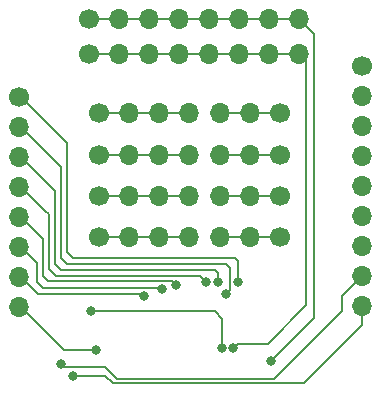
<source format=gtl>
G04 #@! TF.GenerationSoftware,KiCad,Pcbnew,(6.0.5)*
G04 #@! TF.CreationDate,2022-07-08T15:35:48+02:00*
G04 #@! TF.ProjectId,MovuinoShieldPrototyping,4d6f7675-696e-46f5-9368-69656c645072,rev?*
G04 #@! TF.SameCoordinates,Original*
G04 #@! TF.FileFunction,Copper,L1,Top*
G04 #@! TF.FilePolarity,Positive*
%FSLAX46Y46*%
G04 Gerber Fmt 4.6, Leading zero omitted, Abs format (unit mm)*
G04 Created by KiCad (PCBNEW (6.0.5)) date 2022-07-08 15:35:48*
%MOMM*%
%LPD*%
G01*
G04 APERTURE LIST*
G04 #@! TA.AperFunction,ComponentPad*
%ADD10C,1.700000*%
G04 #@! TD*
G04 #@! TA.AperFunction,ComponentPad*
%ADD11O,1.700000X1.700000*%
G04 #@! TD*
G04 #@! TA.AperFunction,ViaPad*
%ADD12C,0.800000*%
G04 #@! TD*
G04 #@! TA.AperFunction,Conductor*
%ADD13C,0.200000*%
G04 #@! TD*
G04 APERTURE END LIST*
D10*
G04 #@! TO.P,REF\u002A\u002A,1*
G04 #@! TO.N,N/C*
X161775000Y-65250000D03*
D11*
G04 #@! TO.P,REF\u002A\u002A,2*
X159235000Y-65250000D03*
G04 #@! TO.P,REF\u002A\u002A,3*
X156695000Y-65250000D03*
G04 #@! TD*
D10*
G04 #@! TO.P,7,1*
G04 #@! TO.N,ADC1.5T*
X139700000Y-56825000D03*
D11*
G04 #@! TO.P,7,2*
G04 #@! TO.N,ADC1.4T*
X139700000Y-59365000D03*
G04 #@! TO.P,7,3*
G04 #@! TO.N,ADC1.7*
X139700000Y-61905000D03*
G04 #@! TO.P,7,4*
G04 #@! TO.N,ADC1.1*
X139700000Y-64445000D03*
G04 #@! TO.P,7,5*
G04 #@! TO.N,ADC1.6*
X139700000Y-66985000D03*
G04 #@! TO.P,7,6*
G04 #@! TO.N,ADC1.3*
X139700000Y-69525000D03*
G04 #@! TO.P,7,7*
G04 #@! TO.N,ADC1.2*
X139700000Y-72065000D03*
G04 #@! TO.P,7,8*
G04 #@! TO.N,+5V*
X139700000Y-74605000D03*
G04 #@! TD*
D10*
G04 #@! TO.P,REF\u002A\u002A,1*
G04 #@! TO.N,N/C*
X146475000Y-68750000D03*
D11*
G04 #@! TO.P,REF\u002A\u002A,2*
X149015000Y-68750000D03*
G04 #@! TO.P,REF\u002A\u002A,3*
X151555000Y-68750000D03*
G04 #@! TO.P,REF\u002A\u002A,4*
X154095000Y-68750000D03*
G04 #@! TD*
D10*
G04 #@! TO.P,REF\u002A\u002A,1*
G04 #@! TO.N,N/C*
X146475000Y-61750000D03*
D11*
G04 #@! TO.P,REF\u002A\u002A,2*
X149015000Y-61750000D03*
G04 #@! TO.P,REF\u002A\u002A,3*
X151555000Y-61750000D03*
G04 #@! TO.P,REF\u002A\u002A,4*
X154095000Y-61750000D03*
G04 #@! TD*
D10*
G04 #@! TO.P,REF\u002A\u002A,1*
G04 #@! TO.N,N/C*
X161750000Y-58250000D03*
D11*
G04 #@! TO.P,REF\u002A\u002A,2*
X159210000Y-58250000D03*
G04 #@! TO.P,REF\u002A\u002A,3*
X156670000Y-58250000D03*
G04 #@! TD*
D10*
G04 #@! TO.P,REF\u002A\u002A,1*
G04 #@! TO.N,SCL*
X168750000Y-54250000D03*
D11*
G04 #@! TO.P,REF\u002A\u002A,2*
G04 #@! TO.N,SCK*
X168750000Y-56790000D03*
G04 #@! TO.P,REF\u002A\u002A,3*
G04 #@! TO.N,MOSI*
X168750000Y-59330000D03*
G04 #@! TO.P,REF\u002A\u002A,4*
G04 #@! TO.N,MISO*
X168750000Y-61870000D03*
G04 #@! TO.P,REF\u002A\u002A,5*
G04 #@! TO.N,SDA*
X168750000Y-64410000D03*
G04 #@! TO.P,REF\u002A\u002A,6*
G04 #@! TO.N,TXD*
X168750000Y-66950000D03*
G04 #@! TO.P,REF\u002A\u002A,7*
G04 #@! TO.N,RXD*
X168750000Y-69490000D03*
G04 #@! TO.P,REF\u002A\u002A,8*
G04 #@! TO.N,PB*
X168750000Y-72030000D03*
G04 #@! TO.P,REF\u002A\u002A,9*
G04 #@! TO.N,RESET*
X168750000Y-74570000D03*
G04 #@! TD*
D10*
G04 #@! TO.P,REF\u002A\u002A,1*
G04 #@! TO.N,N/C*
X161775000Y-68750000D03*
D11*
G04 #@! TO.P,REF\u002A\u002A,2*
X159235000Y-68750000D03*
G04 #@! TO.P,REF\u002A\u002A,3*
X156695000Y-68750000D03*
G04 #@! TD*
D10*
G04 #@! TO.P,REF\u002A\u002A,1*
G04 #@! TO.N,N/C*
X161775000Y-61750000D03*
D11*
G04 #@! TO.P,REF\u002A\u002A,2*
X159235000Y-61750000D03*
G04 #@! TO.P,REF\u002A\u002A,3*
X156695000Y-61750000D03*
G04 #@! TD*
D10*
G04 #@! TO.P,REF\u002A\u002A,1*
G04 #@! TO.N,+3V3*
X145625000Y-53250000D03*
D11*
G04 #@! TO.P,REF\u002A\u002A,2*
X148165000Y-53250000D03*
G04 #@! TO.P,REF\u002A\u002A,3*
X150705000Y-53250000D03*
G04 #@! TO.P,REF\u002A\u002A,4*
X153245000Y-53250000D03*
G04 #@! TO.P,REF\u002A\u002A,5*
X155785000Y-53250000D03*
G04 #@! TO.P,REF\u002A\u002A,6*
X158325000Y-53250000D03*
G04 #@! TO.P,REF\u002A\u002A,7*
X160865000Y-53250000D03*
G04 #@! TO.P,REF\u002A\u002A,8*
X163405000Y-53250000D03*
G04 #@! TD*
D10*
G04 #@! TO.P,REF\u002A\u002A,1*
G04 #@! TO.N,GND*
X145625000Y-50250000D03*
D11*
G04 #@! TO.P,REF\u002A\u002A,2*
X148165000Y-50250000D03*
G04 #@! TO.P,REF\u002A\u002A,3*
X150705000Y-50250000D03*
G04 #@! TO.P,REF\u002A\u002A,4*
X153245000Y-50250000D03*
G04 #@! TO.P,REF\u002A\u002A,5*
X155785000Y-50250000D03*
G04 #@! TO.P,REF\u002A\u002A,6*
X158325000Y-50250000D03*
G04 #@! TO.P,REF\u002A\u002A,7*
X160865000Y-50250000D03*
G04 #@! TO.P,REF\u002A\u002A,8*
X163405000Y-50250000D03*
G04 #@! TD*
D10*
G04 #@! TO.P,REF\u002A\u002A,1*
G04 #@! TO.N,N/C*
X146450000Y-58250000D03*
D11*
G04 #@! TO.P,REF\u002A\u002A,2*
X148990000Y-58250000D03*
G04 #@! TO.P,REF\u002A\u002A,3*
X151530000Y-58250000D03*
G04 #@! TO.P,REF\u002A\u002A,4*
X154070000Y-58250000D03*
G04 #@! TD*
D10*
G04 #@! TO.P,REF\u002A\u002A,1*
G04 #@! TO.N,N/C*
X146475000Y-65250000D03*
D11*
G04 #@! TO.P,REF\u002A\u002A,2*
X149015000Y-65250000D03*
G04 #@! TO.P,REF\u002A\u002A,3*
X151555000Y-65250000D03*
G04 #@! TO.P,REF\u002A\u002A,4*
X154095000Y-65250000D03*
G04 #@! TD*
D12*
G04 #@! TO.N,GND*
X161000000Y-79250000D03*
G04 #@! TO.N,SCL*
X145750000Y-75000000D03*
X156872697Y-78104620D03*
G04 #@! TO.N,ADC1.2*
X150300000Y-73700000D03*
G04 #@! TO.N,ADC1.3*
X151800000Y-73100000D03*
G04 #@! TO.N,ADC1.6*
X153000000Y-72750000D03*
G04 #@! TO.N,PB*
X143250000Y-79500000D03*
G04 #@! TO.N,ADC1.1*
X155500000Y-72500000D03*
G04 #@! TO.N,RESET*
X144250000Y-80500000D03*
G04 #@! TO.N,ADC1.7*
X156500000Y-72500000D03*
G04 #@! TO.N,ADC1.4T*
X157250000Y-73500000D03*
G04 #@! TO.N,ADC1.5T*
X158250000Y-72500000D03*
G04 #@! TO.N,+5V*
X146250000Y-78250000D03*
G04 #@! TO.N,+3V3*
X157850000Y-78104620D03*
G04 #@! TD*
D13*
G04 #@! TO.N,GND*
X164650000Y-51495000D02*
X163405000Y-50250000D01*
X164650000Y-75600000D02*
X164650000Y-51495000D01*
X161000000Y-79250000D02*
X164650000Y-75600000D01*
G04 #@! TO.N,ADC1.4T*
X143250000Y-62790000D02*
X139750000Y-59290000D01*
X143250000Y-70500000D02*
X143250000Y-62790000D01*
X143750000Y-71000000D02*
X143250000Y-70500000D01*
X157550000Y-71300000D02*
X157250000Y-71000000D01*
X157250000Y-71000000D02*
X143750000Y-71000000D01*
X157250000Y-73500000D02*
X157550000Y-73200000D01*
X157550000Y-73200000D02*
X157550000Y-71300000D01*
G04 #@! TO.N,ADC1.6*
X152650000Y-72400000D02*
X153000000Y-72750000D01*
X141750000Y-72000000D02*
X142150000Y-72400000D01*
X142150000Y-72400000D02*
X152650000Y-72400000D01*
X141750000Y-68910000D02*
X141750000Y-72000000D01*
X139750000Y-66910000D02*
X141750000Y-68910000D01*
G04 #@! TO.N,SCL*
X156250000Y-75000000D02*
X145750000Y-75000000D01*
X156872697Y-75622697D02*
X156250000Y-75000000D01*
X156872697Y-78104620D02*
X156872697Y-75622697D01*
G04 #@! TO.N,+3V3*
X164000000Y-53845000D02*
X163405000Y-53250000D01*
X164000000Y-74500000D02*
X164000000Y-53845000D01*
X158204620Y-77750000D02*
X160750000Y-77750000D01*
X157850000Y-78104620D02*
X158204620Y-77750000D01*
X160750000Y-77750000D02*
X164000000Y-74500000D01*
G04 #@! TO.N,PB*
X167000000Y-75000000D02*
X167000000Y-73740000D01*
X167000000Y-73740000D02*
X168750000Y-71990000D01*
X147983160Y-80733160D02*
X161266840Y-80733160D01*
X147000000Y-79750000D02*
X147983160Y-80733160D01*
X161266840Y-80733160D02*
X167000000Y-75000000D01*
X143500000Y-79750000D02*
X147000000Y-79750000D01*
X143250000Y-79500000D02*
X143500000Y-79750000D01*
G04 #@! TO.N,*
X156695000Y-61750000D02*
X161775000Y-61750000D01*
X146475000Y-61750000D02*
X154095000Y-61750000D01*
X146475000Y-68750000D02*
X154095000Y-68750000D01*
X146450000Y-58250000D02*
X154070000Y-58250000D01*
X156695000Y-68750000D02*
X161775000Y-68750000D01*
X156695000Y-65250000D02*
X161775000Y-65250000D01*
X154095000Y-65250000D02*
X146475000Y-65250000D01*
X156670000Y-58250000D02*
X161750000Y-58250000D01*
G04 #@! TO.N,GND*
X145625000Y-50250000D02*
X163405000Y-50250000D01*
G04 #@! TO.N,ADC1.2*
X141260000Y-73500000D02*
X139750000Y-71990000D01*
X150300000Y-73700000D02*
X150100000Y-73500000D01*
X150100000Y-73500000D02*
X141260000Y-73500000D01*
G04 #@! TO.N,ADC1.3*
X151800000Y-73100000D02*
X151700000Y-73000000D01*
X141750000Y-73000000D02*
X141250000Y-72500000D01*
X141250000Y-72500000D02*
X141250000Y-70950000D01*
X141250000Y-70950000D02*
X139750000Y-69450000D01*
X151700000Y-73000000D02*
X141750000Y-73000000D01*
G04 #@! TO.N,ADC1.1*
X142200000Y-66800000D02*
X142200000Y-71400000D01*
X155000000Y-72000000D02*
X155500000Y-72500000D01*
X139750000Y-64370000D02*
X141880000Y-66500000D01*
X142800000Y-72000000D02*
X155000000Y-72000000D01*
X141900000Y-66500000D02*
X142200000Y-66800000D01*
X142200000Y-71400000D02*
X142800000Y-72000000D01*
X141880000Y-66500000D02*
X141900000Y-66500000D01*
G04 #@! TO.N,RESET*
X144250000Y-80500000D02*
X147000000Y-80500000D01*
X163839520Y-81110480D02*
X168750000Y-76200000D01*
X147000000Y-80500000D02*
X147610480Y-81110480D01*
X147610480Y-81110480D02*
X163839520Y-81110480D01*
X168750000Y-76200000D02*
X168750000Y-74530000D01*
G04 #@! TO.N,ADC1.7*
X143250000Y-71500000D02*
X156250000Y-71500000D01*
X139750000Y-61830000D02*
X142750000Y-64830000D01*
X156250000Y-71500000D02*
X156500000Y-71750000D01*
X142750000Y-71000000D02*
X143250000Y-71500000D01*
X156500000Y-71750000D02*
X156500000Y-72500000D01*
X142750000Y-64830000D02*
X142750000Y-71000000D01*
G04 #@! TO.N,ADC1.5T*
X158000000Y-70500000D02*
X158250000Y-70750000D01*
X158250000Y-70750000D02*
X158250000Y-72500000D01*
X143750000Y-70000000D02*
X143750000Y-60750000D01*
X144250000Y-70500000D02*
X158000000Y-70500000D01*
X143750000Y-60750000D02*
X139750000Y-56750000D01*
X143750000Y-70000000D02*
X144250000Y-70500000D01*
G04 #@! TO.N,+5V*
X139750000Y-74530000D02*
X143470000Y-78250000D01*
X143470000Y-78250000D02*
X146250000Y-78250000D01*
G04 #@! TO.N,+3V3*
X160865000Y-53250000D02*
X163405000Y-53250000D01*
X155785000Y-53250000D02*
X158325000Y-53250000D01*
X153245000Y-53250000D02*
X155785000Y-53250000D01*
X148165000Y-53250000D02*
X150705000Y-53250000D01*
X158325000Y-53250000D02*
X160865000Y-53250000D01*
X145625000Y-53250000D02*
X148165000Y-53250000D01*
X150705000Y-53250000D02*
X153245000Y-53250000D01*
G04 #@! TD*
M02*

</source>
